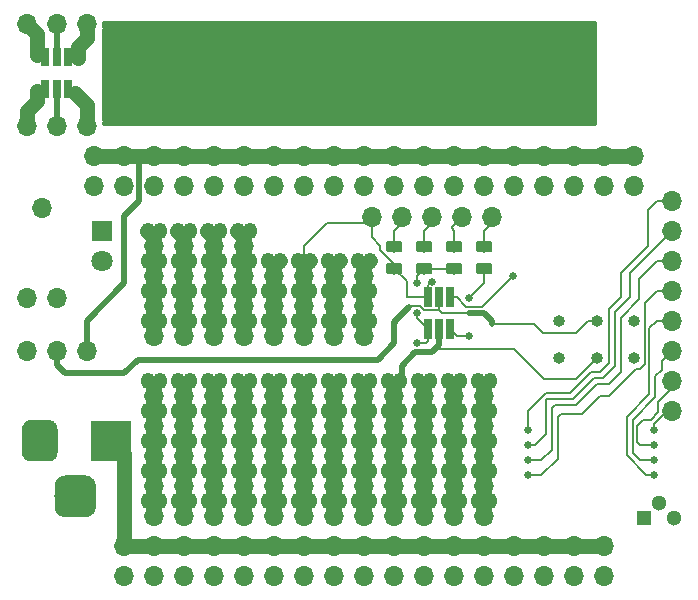
<source format=gtl>
G04 #@! TF.GenerationSoftware,KiCad,Pcbnew,5.0.2+dfsg1-1~bpo9+1*
G04 #@! TF.CreationDate,2020-06-30T16:50:40-04:00*
G04 #@! TF.ProjectId,attiny10,61747469-6e79-4313-902e-6b696361645f,0.10.a*
G04 #@! TF.SameCoordinates,Original*
G04 #@! TF.FileFunction,Copper,L1,Top*
G04 #@! TF.FilePolarity,Positive*
%FSLAX46Y46*%
G04 Gerber Fmt 4.6, Leading zero omitted, Abs format (unit mm)*
G04 Created by KiCad (PCBNEW 5.0.2+dfsg1-1~bpo9+1) date Tue 30 Jun 2020 04:50:40 PM EDT*
%MOMM*%
%LPD*%
G01*
G04 APERTURE LIST*
G04 #@! TA.AperFunction,ComponentPad*
%ADD10O,1.700000X1.700000*%
G04 #@! TD*
G04 #@! TA.AperFunction,ComponentPad*
%ADD11O,1.200000X1.400000*%
G04 #@! TD*
G04 #@! TA.AperFunction,ComponentPad*
%ADD12O,1.000000X1.000000*%
G04 #@! TD*
G04 #@! TA.AperFunction,Conductor*
%ADD13C,0.150000*%
G04 #@! TD*
G04 #@! TA.AperFunction,SMDPad,CuDef*
%ADD14C,0.975000*%
G04 #@! TD*
G04 #@! TA.AperFunction,ComponentPad*
%ADD15C,1.800000*%
G04 #@! TD*
G04 #@! TA.AperFunction,ComponentPad*
%ADD16R,1.800000X1.800000*%
G04 #@! TD*
G04 #@! TA.AperFunction,SMDPad,CuDef*
%ADD17R,0.650000X1.760000*%
G04 #@! TD*
G04 #@! TA.AperFunction,ComponentPad*
%ADD18R,1.300000X1.300000*%
G04 #@! TD*
G04 #@! TA.AperFunction,ComponentPad*
%ADD19C,1.300000*%
G04 #@! TD*
G04 #@! TA.AperFunction,ComponentPad*
%ADD20C,3.500000*%
G04 #@! TD*
G04 #@! TA.AperFunction,ComponentPad*
%ADD21C,3.000000*%
G04 #@! TD*
G04 #@! TA.AperFunction,ComponentPad*
%ADD22R,3.500000X3.500000*%
G04 #@! TD*
G04 #@! TA.AperFunction,SMDPad,CuDef*
%ADD23R,0.650000X1.560000*%
G04 #@! TD*
G04 #@! TA.AperFunction,ViaPad*
%ADD24C,0.635000*%
G04 #@! TD*
G04 #@! TA.AperFunction,Conductor*
%ADD25C,1.270000*%
G04 #@! TD*
G04 #@! TA.AperFunction,Conductor*
%ADD26C,1.016000*%
G04 #@! TD*
G04 #@! TA.AperFunction,Conductor*
%ADD27C,0.203200*%
G04 #@! TD*
G04 #@! TA.AperFunction,Conductor*
%ADD28C,0.508000*%
G04 #@! TD*
G04 #@! TA.AperFunction,NonConductor*
%ADD29C,0.254000*%
G04 #@! TD*
G04 APERTURE END LIST*
D10*
G04 #@! TO.P,REF\002A\002A,1*
G04 #@! TO.N,N/C*
X86360000Y-71120000D03*
G04 #@! TD*
G04 #@! TO.P,REF\002A\002A,1*
G04 #@! TO.N,N/C*
X86360000Y-73660000D03*
G04 #@! TD*
G04 #@! TO.P,REF\002A\002A,1*
G04 #@! TO.N,N/C*
X86360000Y-76200000D03*
G04 #@! TD*
G04 #@! TO.P,REF\002A\002A,1*
G04 #@! TO.N,N/C*
X86360000Y-78740000D03*
G04 #@! TD*
G04 #@! TO.P,REF\002A\002A,1*
G04 #@! TO.N,N/C*
X86360000Y-81280000D03*
G04 #@! TD*
G04 #@! TO.P,REF\002A\002A,1*
G04 #@! TO.N,N/C*
X86360000Y-88900000D03*
G04 #@! TD*
G04 #@! TO.P,REF\002A\002A,1*
G04 #@! TO.N,N/C*
X86360000Y-83820000D03*
G04 #@! TD*
G04 #@! TO.P,REF\002A\002A,1*
G04 #@! TO.N,N/C*
X86360000Y-86360000D03*
G04 #@! TD*
D11*
G04 #@! TO.P,P?,8*
G04 #@! TO.N,N/C*
X71020000Y-93980000D03*
G04 #@! TO.P,P?,7*
X69950000Y-93980000D03*
G04 #@! TO.P,P?,6*
X68480000Y-93980000D03*
G04 #@! TO.P,P?,5*
X67410000Y-93980000D03*
G04 #@! TO.P,P?,4*
X65940000Y-93980000D03*
G04 #@! TO.P,P?,3*
X64870000Y-93980000D03*
G04 #@! TO.P,P?,2*
X63400000Y-93980000D03*
G04 #@! TO.P,P?,1*
X62330000Y-93980000D03*
G04 #@! TD*
D10*
G04 #@! TO.P,REF\002A\002A,1*
G04 #@! TO.N,N/C*
X31750000Y-64770000D03*
G04 #@! TD*
G04 #@! TO.P,REF\002A\002A,1*
G04 #@! TO.N,N/C*
X36830000Y-64770000D03*
G04 #@! TD*
G04 #@! TO.P,REF\002A\002A,1*
G04 #@! TO.N,N/C*
X34290000Y-64770000D03*
G04 #@! TD*
G04 #@! TO.P,REF\002A\002A,1*
G04 #@! TO.N,N/C*
X31750000Y-56134000D03*
G04 #@! TD*
G04 #@! TO.P,REF\002A\002A,1*
G04 #@! TO.N,N/C*
X34290000Y-56134000D03*
G04 #@! TD*
G04 #@! TO.P,REF\002A\002A,1*
G04 #@! TO.N,N/C*
X36830000Y-56134000D03*
G04 #@! TD*
G04 #@! TO.P,REF\002A\002A,1*
G04 #@! TO.N,N/C*
X36830000Y-83820000D03*
G04 #@! TD*
G04 #@! TO.P,REF\002A\002A,1*
G04 #@! TO.N,N/C*
X34290000Y-83820000D03*
G04 #@! TD*
D12*
G04 #@! TO.P,REF\002A\002A,1*
G04 #@! TO.N,N/C*
X76835000Y-84455000D03*
G04 #@! TD*
G04 #@! TO.P,REF\002A\002A,1*
G04 #@! TO.N,N/C*
X80010000Y-84455000D03*
G04 #@! TD*
G04 #@! TO.P,REF\002A\002A,1*
G04 #@! TO.N,N/C*
X83185000Y-84455000D03*
G04 #@! TD*
G04 #@! TO.P,REF\002A\002A,1*
G04 #@! TO.N,N/C*
X83185000Y-81280000D03*
G04 #@! TD*
G04 #@! TO.P,REF\002A\002A,1*
G04 #@! TO.N,N/C*
X80010000Y-81280000D03*
G04 #@! TD*
D10*
G04 #@! TO.P,REF\002A\002A,1*
G04 #@! TO.N,N/C*
X67945000Y-102870000D03*
G04 #@! TD*
D13*
G04 #@! TO.N,N/C*
G04 #@! TO.C,REF\002A\002A*
G36*
X70965142Y-74522174D02*
X70988803Y-74525684D01*
X71012007Y-74531496D01*
X71034529Y-74539554D01*
X71056153Y-74549782D01*
X71076670Y-74562079D01*
X71095883Y-74576329D01*
X71113607Y-74592393D01*
X71129671Y-74610117D01*
X71143921Y-74629330D01*
X71156218Y-74649847D01*
X71166446Y-74671471D01*
X71174504Y-74693993D01*
X71180316Y-74717197D01*
X71183826Y-74740858D01*
X71185000Y-74764750D01*
X71185000Y-75252250D01*
X71183826Y-75276142D01*
X71180316Y-75299803D01*
X71174504Y-75323007D01*
X71166446Y-75345529D01*
X71156218Y-75367153D01*
X71143921Y-75387670D01*
X71129671Y-75406883D01*
X71113607Y-75424607D01*
X71095883Y-75440671D01*
X71076670Y-75454921D01*
X71056153Y-75467218D01*
X71034529Y-75477446D01*
X71012007Y-75485504D01*
X70988803Y-75491316D01*
X70965142Y-75494826D01*
X70941250Y-75496000D01*
X70028750Y-75496000D01*
X70004858Y-75494826D01*
X69981197Y-75491316D01*
X69957993Y-75485504D01*
X69935471Y-75477446D01*
X69913847Y-75467218D01*
X69893330Y-75454921D01*
X69874117Y-75440671D01*
X69856393Y-75424607D01*
X69840329Y-75406883D01*
X69826079Y-75387670D01*
X69813782Y-75367153D01*
X69803554Y-75345529D01*
X69795496Y-75323007D01*
X69789684Y-75299803D01*
X69786174Y-75276142D01*
X69785000Y-75252250D01*
X69785000Y-74764750D01*
X69786174Y-74740858D01*
X69789684Y-74717197D01*
X69795496Y-74693993D01*
X69803554Y-74671471D01*
X69813782Y-74649847D01*
X69826079Y-74629330D01*
X69840329Y-74610117D01*
X69856393Y-74592393D01*
X69874117Y-74576329D01*
X69893330Y-74562079D01*
X69913847Y-74549782D01*
X69935471Y-74539554D01*
X69957993Y-74531496D01*
X69981197Y-74525684D01*
X70004858Y-74522174D01*
X70028750Y-74521000D01*
X70941250Y-74521000D01*
X70965142Y-74522174D01*
X70965142Y-74522174D01*
G37*
D14*
G04 #@! TD*
G04 #@! TO.P,REF\002A\002A,1*
G04 #@! TO.N,N/C*
X70485000Y-75008500D03*
D13*
G04 #@! TO.N,N/C*
G04 #@! TO.C,REF\002A\002A*
G36*
X70965142Y-76397174D02*
X70988803Y-76400684D01*
X71012007Y-76406496D01*
X71034529Y-76414554D01*
X71056153Y-76424782D01*
X71076670Y-76437079D01*
X71095883Y-76451329D01*
X71113607Y-76467393D01*
X71129671Y-76485117D01*
X71143921Y-76504330D01*
X71156218Y-76524847D01*
X71166446Y-76546471D01*
X71174504Y-76568993D01*
X71180316Y-76592197D01*
X71183826Y-76615858D01*
X71185000Y-76639750D01*
X71185000Y-77127250D01*
X71183826Y-77151142D01*
X71180316Y-77174803D01*
X71174504Y-77198007D01*
X71166446Y-77220529D01*
X71156218Y-77242153D01*
X71143921Y-77262670D01*
X71129671Y-77281883D01*
X71113607Y-77299607D01*
X71095883Y-77315671D01*
X71076670Y-77329921D01*
X71056153Y-77342218D01*
X71034529Y-77352446D01*
X71012007Y-77360504D01*
X70988803Y-77366316D01*
X70965142Y-77369826D01*
X70941250Y-77371000D01*
X70028750Y-77371000D01*
X70004858Y-77369826D01*
X69981197Y-77366316D01*
X69957993Y-77360504D01*
X69935471Y-77352446D01*
X69913847Y-77342218D01*
X69893330Y-77329921D01*
X69874117Y-77315671D01*
X69856393Y-77299607D01*
X69840329Y-77281883D01*
X69826079Y-77262670D01*
X69813782Y-77242153D01*
X69803554Y-77220529D01*
X69795496Y-77198007D01*
X69789684Y-77174803D01*
X69786174Y-77151142D01*
X69785000Y-77127250D01*
X69785000Y-76639750D01*
X69786174Y-76615858D01*
X69789684Y-76592197D01*
X69795496Y-76568993D01*
X69803554Y-76546471D01*
X69813782Y-76524847D01*
X69826079Y-76504330D01*
X69840329Y-76485117D01*
X69856393Y-76467393D01*
X69874117Y-76451329D01*
X69893330Y-76437079D01*
X69913847Y-76424782D01*
X69935471Y-76414554D01*
X69957993Y-76406496D01*
X69981197Y-76400684D01*
X70004858Y-76397174D01*
X70028750Y-76396000D01*
X70941250Y-76396000D01*
X70965142Y-76397174D01*
X70965142Y-76397174D01*
G37*
D14*
G04 #@! TD*
G04 #@! TO.P,REF\002A\002A,2*
G04 #@! TO.N,N/C*
X70485000Y-76883500D03*
D13*
G04 #@! TO.N,N/C*
G04 #@! TO.C,REF\002A\002A*
G36*
X68425142Y-76397174D02*
X68448803Y-76400684D01*
X68472007Y-76406496D01*
X68494529Y-76414554D01*
X68516153Y-76424782D01*
X68536670Y-76437079D01*
X68555883Y-76451329D01*
X68573607Y-76467393D01*
X68589671Y-76485117D01*
X68603921Y-76504330D01*
X68616218Y-76524847D01*
X68626446Y-76546471D01*
X68634504Y-76568993D01*
X68640316Y-76592197D01*
X68643826Y-76615858D01*
X68645000Y-76639750D01*
X68645000Y-77127250D01*
X68643826Y-77151142D01*
X68640316Y-77174803D01*
X68634504Y-77198007D01*
X68626446Y-77220529D01*
X68616218Y-77242153D01*
X68603921Y-77262670D01*
X68589671Y-77281883D01*
X68573607Y-77299607D01*
X68555883Y-77315671D01*
X68536670Y-77329921D01*
X68516153Y-77342218D01*
X68494529Y-77352446D01*
X68472007Y-77360504D01*
X68448803Y-77366316D01*
X68425142Y-77369826D01*
X68401250Y-77371000D01*
X67488750Y-77371000D01*
X67464858Y-77369826D01*
X67441197Y-77366316D01*
X67417993Y-77360504D01*
X67395471Y-77352446D01*
X67373847Y-77342218D01*
X67353330Y-77329921D01*
X67334117Y-77315671D01*
X67316393Y-77299607D01*
X67300329Y-77281883D01*
X67286079Y-77262670D01*
X67273782Y-77242153D01*
X67263554Y-77220529D01*
X67255496Y-77198007D01*
X67249684Y-77174803D01*
X67246174Y-77151142D01*
X67245000Y-77127250D01*
X67245000Y-76639750D01*
X67246174Y-76615858D01*
X67249684Y-76592197D01*
X67255496Y-76568993D01*
X67263554Y-76546471D01*
X67273782Y-76524847D01*
X67286079Y-76504330D01*
X67300329Y-76485117D01*
X67316393Y-76467393D01*
X67334117Y-76451329D01*
X67353330Y-76437079D01*
X67373847Y-76424782D01*
X67395471Y-76414554D01*
X67417993Y-76406496D01*
X67441197Y-76400684D01*
X67464858Y-76397174D01*
X67488750Y-76396000D01*
X68401250Y-76396000D01*
X68425142Y-76397174D01*
X68425142Y-76397174D01*
G37*
D14*
G04 #@! TD*
G04 #@! TO.P,REF\002A\002A,2*
G04 #@! TO.N,N/C*
X67945000Y-76883500D03*
D13*
G04 #@! TO.N,N/C*
G04 #@! TO.C,REF\002A\002A*
G36*
X68425142Y-74522174D02*
X68448803Y-74525684D01*
X68472007Y-74531496D01*
X68494529Y-74539554D01*
X68516153Y-74549782D01*
X68536670Y-74562079D01*
X68555883Y-74576329D01*
X68573607Y-74592393D01*
X68589671Y-74610117D01*
X68603921Y-74629330D01*
X68616218Y-74649847D01*
X68626446Y-74671471D01*
X68634504Y-74693993D01*
X68640316Y-74717197D01*
X68643826Y-74740858D01*
X68645000Y-74764750D01*
X68645000Y-75252250D01*
X68643826Y-75276142D01*
X68640316Y-75299803D01*
X68634504Y-75323007D01*
X68626446Y-75345529D01*
X68616218Y-75367153D01*
X68603921Y-75387670D01*
X68589671Y-75406883D01*
X68573607Y-75424607D01*
X68555883Y-75440671D01*
X68536670Y-75454921D01*
X68516153Y-75467218D01*
X68494529Y-75477446D01*
X68472007Y-75485504D01*
X68448803Y-75491316D01*
X68425142Y-75494826D01*
X68401250Y-75496000D01*
X67488750Y-75496000D01*
X67464858Y-75494826D01*
X67441197Y-75491316D01*
X67417993Y-75485504D01*
X67395471Y-75477446D01*
X67373847Y-75467218D01*
X67353330Y-75454921D01*
X67334117Y-75440671D01*
X67316393Y-75424607D01*
X67300329Y-75406883D01*
X67286079Y-75387670D01*
X67273782Y-75367153D01*
X67263554Y-75345529D01*
X67255496Y-75323007D01*
X67249684Y-75299803D01*
X67246174Y-75276142D01*
X67245000Y-75252250D01*
X67245000Y-74764750D01*
X67246174Y-74740858D01*
X67249684Y-74717197D01*
X67255496Y-74693993D01*
X67263554Y-74671471D01*
X67273782Y-74649847D01*
X67286079Y-74629330D01*
X67300329Y-74610117D01*
X67316393Y-74592393D01*
X67334117Y-74576329D01*
X67353330Y-74562079D01*
X67373847Y-74549782D01*
X67395471Y-74539554D01*
X67417993Y-74531496D01*
X67441197Y-74525684D01*
X67464858Y-74522174D01*
X67488750Y-74521000D01*
X68401250Y-74521000D01*
X68425142Y-74522174D01*
X68425142Y-74522174D01*
G37*
D14*
G04 #@! TD*
G04 #@! TO.P,REF\002A\002A,1*
G04 #@! TO.N,N/C*
X67945000Y-75008500D03*
D13*
G04 #@! TO.N,N/C*
G04 #@! TO.C,REF\002A\002A*
G36*
X65885142Y-74522174D02*
X65908803Y-74525684D01*
X65932007Y-74531496D01*
X65954529Y-74539554D01*
X65976153Y-74549782D01*
X65996670Y-74562079D01*
X66015883Y-74576329D01*
X66033607Y-74592393D01*
X66049671Y-74610117D01*
X66063921Y-74629330D01*
X66076218Y-74649847D01*
X66086446Y-74671471D01*
X66094504Y-74693993D01*
X66100316Y-74717197D01*
X66103826Y-74740858D01*
X66105000Y-74764750D01*
X66105000Y-75252250D01*
X66103826Y-75276142D01*
X66100316Y-75299803D01*
X66094504Y-75323007D01*
X66086446Y-75345529D01*
X66076218Y-75367153D01*
X66063921Y-75387670D01*
X66049671Y-75406883D01*
X66033607Y-75424607D01*
X66015883Y-75440671D01*
X65996670Y-75454921D01*
X65976153Y-75467218D01*
X65954529Y-75477446D01*
X65932007Y-75485504D01*
X65908803Y-75491316D01*
X65885142Y-75494826D01*
X65861250Y-75496000D01*
X64948750Y-75496000D01*
X64924858Y-75494826D01*
X64901197Y-75491316D01*
X64877993Y-75485504D01*
X64855471Y-75477446D01*
X64833847Y-75467218D01*
X64813330Y-75454921D01*
X64794117Y-75440671D01*
X64776393Y-75424607D01*
X64760329Y-75406883D01*
X64746079Y-75387670D01*
X64733782Y-75367153D01*
X64723554Y-75345529D01*
X64715496Y-75323007D01*
X64709684Y-75299803D01*
X64706174Y-75276142D01*
X64705000Y-75252250D01*
X64705000Y-74764750D01*
X64706174Y-74740858D01*
X64709684Y-74717197D01*
X64715496Y-74693993D01*
X64723554Y-74671471D01*
X64733782Y-74649847D01*
X64746079Y-74629330D01*
X64760329Y-74610117D01*
X64776393Y-74592393D01*
X64794117Y-74576329D01*
X64813330Y-74562079D01*
X64833847Y-74549782D01*
X64855471Y-74539554D01*
X64877993Y-74531496D01*
X64901197Y-74525684D01*
X64924858Y-74522174D01*
X64948750Y-74521000D01*
X65861250Y-74521000D01*
X65885142Y-74522174D01*
X65885142Y-74522174D01*
G37*
D14*
G04 #@! TD*
G04 #@! TO.P,REF\002A\002A,1*
G04 #@! TO.N,N/C*
X65405000Y-75008500D03*
D13*
G04 #@! TO.N,N/C*
G04 #@! TO.C,REF\002A\002A*
G36*
X65885142Y-76397174D02*
X65908803Y-76400684D01*
X65932007Y-76406496D01*
X65954529Y-76414554D01*
X65976153Y-76424782D01*
X65996670Y-76437079D01*
X66015883Y-76451329D01*
X66033607Y-76467393D01*
X66049671Y-76485117D01*
X66063921Y-76504330D01*
X66076218Y-76524847D01*
X66086446Y-76546471D01*
X66094504Y-76568993D01*
X66100316Y-76592197D01*
X66103826Y-76615858D01*
X66105000Y-76639750D01*
X66105000Y-77127250D01*
X66103826Y-77151142D01*
X66100316Y-77174803D01*
X66094504Y-77198007D01*
X66086446Y-77220529D01*
X66076218Y-77242153D01*
X66063921Y-77262670D01*
X66049671Y-77281883D01*
X66033607Y-77299607D01*
X66015883Y-77315671D01*
X65996670Y-77329921D01*
X65976153Y-77342218D01*
X65954529Y-77352446D01*
X65932007Y-77360504D01*
X65908803Y-77366316D01*
X65885142Y-77369826D01*
X65861250Y-77371000D01*
X64948750Y-77371000D01*
X64924858Y-77369826D01*
X64901197Y-77366316D01*
X64877993Y-77360504D01*
X64855471Y-77352446D01*
X64833847Y-77342218D01*
X64813330Y-77329921D01*
X64794117Y-77315671D01*
X64776393Y-77299607D01*
X64760329Y-77281883D01*
X64746079Y-77262670D01*
X64733782Y-77242153D01*
X64723554Y-77220529D01*
X64715496Y-77198007D01*
X64709684Y-77174803D01*
X64706174Y-77151142D01*
X64705000Y-77127250D01*
X64705000Y-76639750D01*
X64706174Y-76615858D01*
X64709684Y-76592197D01*
X64715496Y-76568993D01*
X64723554Y-76546471D01*
X64733782Y-76524847D01*
X64746079Y-76504330D01*
X64760329Y-76485117D01*
X64776393Y-76467393D01*
X64794117Y-76451329D01*
X64813330Y-76437079D01*
X64833847Y-76424782D01*
X64855471Y-76414554D01*
X64877993Y-76406496D01*
X64901197Y-76400684D01*
X64924858Y-76397174D01*
X64948750Y-76396000D01*
X65861250Y-76396000D01*
X65885142Y-76397174D01*
X65885142Y-76397174D01*
G37*
D14*
G04 #@! TD*
G04 #@! TO.P,REF\002A\002A,2*
G04 #@! TO.N,N/C*
X65405000Y-76883500D03*
D10*
G04 #@! TO.P,REF\002A\002A,1*
G04 #@! TO.N,N/C*
X60960000Y-72517000D03*
G04 #@! TD*
G04 #@! TO.P,REF\002A\002A,1*
G04 #@! TO.N,N/C*
X71120000Y-72517000D03*
G04 #@! TD*
G04 #@! TO.P,REF\002A\002A,1*
G04 #@! TO.N,N/C*
X68580000Y-72517000D03*
G04 #@! TD*
G04 #@! TO.P,REF\002A\002A,1*
G04 #@! TO.N,N/C*
X66040000Y-72517000D03*
G04 #@! TD*
G04 #@! TO.P,REF\002A\002A,1*
G04 #@! TO.N,N/C*
X63500000Y-72517000D03*
G04 #@! TD*
G04 #@! TO.P,REF\002A\002A,1*
G04 #@! TO.N,N/C*
X73025000Y-69850000D03*
G04 #@! TD*
G04 #@! TO.P,REF\002A\002A,1*
G04 #@! TO.N,N/C*
X70485000Y-69850000D03*
G04 #@! TD*
G04 #@! TO.P,REF\002A\002A,1*
G04 #@! TO.N,N/C*
X67945000Y-69850000D03*
G04 #@! TD*
G04 #@! TO.P,REF\002A\002A,1*
G04 #@! TO.N,N/C*
X65405000Y-69850000D03*
G04 #@! TD*
G04 #@! TO.P,REF\002A\002A,1*
G04 #@! TO.N,N/C*
X33020000Y-71755000D03*
G04 #@! TD*
G04 #@! TO.P,REF\002A\002A,1*
G04 #@! TO.N,N/C*
X34290000Y-79375000D03*
G04 #@! TD*
G04 #@! TO.P,REF\002A\002A,1*
G04 #@! TO.N,N/C*
X31750000Y-79375000D03*
G04 #@! TD*
G04 #@! TO.P,REF\002A\002A,1*
G04 #@! TO.N,N/C*
X83185000Y-69850000D03*
G04 #@! TD*
G04 #@! TO.P,REF\002A\002A,1*
G04 #@! TO.N,N/C*
X70485000Y-67310000D03*
G04 #@! TD*
G04 #@! TO.P,REF\002A\002A,1*
G04 #@! TO.N,N/C*
X83185000Y-67310000D03*
G04 #@! TD*
G04 #@! TO.P,REF\002A\002A,1*
G04 #@! TO.N,N/C*
X75565000Y-67310000D03*
G04 #@! TD*
G04 #@! TO.P,REF\002A\002A,1*
G04 #@! TO.N,N/C*
X78105000Y-69850000D03*
G04 #@! TD*
G04 #@! TO.P,REF\002A\002A,1*
G04 #@! TO.N,N/C*
X78105000Y-67310000D03*
G04 #@! TD*
G04 #@! TO.P,REF\002A\002A,1*
G04 #@! TO.N,N/C*
X80645000Y-67310000D03*
G04 #@! TD*
G04 #@! TO.P,REF\002A\002A,1*
G04 #@! TO.N,N/C*
X73025000Y-67310000D03*
G04 #@! TD*
G04 #@! TO.P,REF\002A\002A,1*
G04 #@! TO.N,N/C*
X75565000Y-69850000D03*
G04 #@! TD*
G04 #@! TO.P,REF\002A\002A,1*
G04 #@! TO.N,N/C*
X80645000Y-69850000D03*
G04 #@! TD*
G04 #@! TO.P,REF\002A\002A,1*
G04 #@! TO.N,N/C*
X80645000Y-102870000D03*
G04 #@! TD*
G04 #@! TO.P,REF\002A\002A,1*
G04 #@! TO.N,N/C*
X75565000Y-102870000D03*
G04 #@! TD*
G04 #@! TO.P,REF\002A\002A,1*
G04 #@! TO.N,N/C*
X70485000Y-102870000D03*
G04 #@! TD*
G04 #@! TO.P,REF\002A\002A,1*
G04 #@! TO.N,N/C*
X78105000Y-102870000D03*
G04 #@! TD*
G04 #@! TO.P,REF\002A\002A,1*
G04 #@! TO.N,N/C*
X73025000Y-102870000D03*
G04 #@! TD*
G04 #@! TO.P,REF\002A\002A,1*
G04 #@! TO.N,N/C*
X73025000Y-100330000D03*
G04 #@! TD*
G04 #@! TO.P,REF\002A\002A,1*
G04 #@! TO.N,N/C*
X78105000Y-100330000D03*
G04 #@! TD*
G04 #@! TO.P,REF\002A\002A,1*
G04 #@! TO.N,N/C*
X80645000Y-100330000D03*
G04 #@! TD*
G04 #@! TO.P,REF\002A\002A,1*
G04 #@! TO.N,N/C*
X75565000Y-100330000D03*
G04 #@! TD*
G04 #@! TO.P,REF\002A\002A,1*
G04 #@! TO.N,N/C*
X70485000Y-100330000D03*
G04 #@! TD*
G04 #@! TO.P,REF\002A\002A,1*
G04 #@! TO.N,N/C*
X70485000Y-92710000D03*
G04 #@! TD*
G04 #@! TO.P,REF\002A\002A,1*
G04 #@! TO.N,N/C*
X65405000Y-90170000D03*
G04 #@! TD*
G04 #@! TO.P,REF\002A\002A,1*
G04 #@! TO.N,N/C*
X65405000Y-97790000D03*
G04 #@! TD*
G04 #@! TO.P,REF\002A\002A,1*
G04 #@! TO.N,N/C*
X62865000Y-87630000D03*
G04 #@! TD*
G04 #@! TO.P,REF\002A\002A,1*
G04 #@! TO.N,N/C*
X62865000Y-90170000D03*
G04 #@! TD*
G04 #@! TO.P,REF\002A\002A,1*
G04 #@! TO.N,N/C*
X67945000Y-95250000D03*
G04 #@! TD*
G04 #@! TO.P,REF\002A\002A,1*
G04 #@! TO.N,N/C*
X67945000Y-92710000D03*
G04 #@! TD*
G04 #@! TO.P,REF\002A\002A,1*
G04 #@! TO.N,N/C*
X70485000Y-97790000D03*
G04 #@! TD*
G04 #@! TO.P,REF\002A\002A,1*
G04 #@! TO.N,N/C*
X70485000Y-90170000D03*
G04 #@! TD*
G04 #@! TO.P,REF\002A\002A,1*
G04 #@! TO.N,N/C*
X70485000Y-95250000D03*
G04 #@! TD*
G04 #@! TO.P,REF\002A\002A,1*
G04 #@! TO.N,N/C*
X62865000Y-95250000D03*
G04 #@! TD*
G04 #@! TO.P,REF\002A\002A,1*
G04 #@! TO.N,N/C*
X62865000Y-92710000D03*
G04 #@! TD*
G04 #@! TO.P,REF\002A\002A,1*
G04 #@! TO.N,N/C*
X65405000Y-95250000D03*
G04 #@! TD*
G04 #@! TO.P,REF\002A\002A,1*
G04 #@! TO.N,N/C*
X65405000Y-92710000D03*
G04 #@! TD*
G04 #@! TO.P,REF\002A\002A,1*
G04 #@! TO.N,N/C*
X67945000Y-97790000D03*
G04 #@! TD*
G04 #@! TO.P,REF\002A\002A,1*
G04 #@! TO.N,N/C*
X62865000Y-97790000D03*
G04 #@! TD*
G04 #@! TO.P,REF\002A\002A,1*
G04 #@! TO.N,N/C*
X67945000Y-90170000D03*
G04 #@! TD*
G04 #@! TO.P,REF\002A\002A,1*
G04 #@! TO.N,N/C*
X67945000Y-87630000D03*
G04 #@! TD*
D11*
G04 #@! TO.P,P?,8*
G04 #@! TO.N,N/C*
X71020000Y-88900000D03*
G04 #@! TO.P,P?,7*
X69950000Y-88900000D03*
G04 #@! TO.P,P?,6*
X68480000Y-88900000D03*
G04 #@! TO.P,P?,5*
X67410000Y-88900000D03*
G04 #@! TO.P,P?,4*
X65940000Y-88900000D03*
G04 #@! TO.P,P?,3*
X64870000Y-88900000D03*
G04 #@! TO.P,P?,2*
X63400000Y-88900000D03*
G04 #@! TO.P,P?,1*
X62330000Y-88900000D03*
G04 #@! TD*
G04 #@! TO.P,P?,8*
G04 #@! TO.N,N/C*
X71020000Y-96520000D03*
G04 #@! TO.P,P?,7*
X69950000Y-96520000D03*
G04 #@! TO.P,P?,6*
X68480000Y-96520000D03*
G04 #@! TO.P,P?,5*
X67410000Y-96520000D03*
G04 #@! TO.P,P?,4*
X65940000Y-96520000D03*
G04 #@! TO.P,P?,3*
X64870000Y-96520000D03*
G04 #@! TO.P,P?,2*
X63400000Y-96520000D03*
G04 #@! TO.P,P?,1*
X62330000Y-96520000D03*
G04 #@! TD*
G04 #@! TO.P,P?,8*
G04 #@! TO.N,N/C*
X71020000Y-86360000D03*
G04 #@! TO.P,P?,7*
X69950000Y-86360000D03*
G04 #@! TO.P,P?,6*
X68480000Y-86360000D03*
G04 #@! TO.P,P?,5*
X67410000Y-86360000D03*
G04 #@! TO.P,P?,4*
X65940000Y-86360000D03*
G04 #@! TO.P,P?,3*
X64870000Y-86360000D03*
G04 #@! TO.P,P?,2*
X63400000Y-86360000D03*
G04 #@! TO.P,P?,1*
X62330000Y-86360000D03*
G04 #@! TD*
G04 #@! TO.P,P?,8*
G04 #@! TO.N,N/C*
X71020000Y-91440000D03*
G04 #@! TO.P,P?,7*
X69950000Y-91440000D03*
G04 #@! TO.P,P?,6*
X68480000Y-91440000D03*
G04 #@! TO.P,P?,5*
X67410000Y-91440000D03*
G04 #@! TO.P,P?,4*
X65940000Y-91440000D03*
G04 #@! TO.P,P?,3*
X64870000Y-91440000D03*
G04 #@! TO.P,P?,2*
X63400000Y-91440000D03*
G04 #@! TO.P,P?,1*
X62330000Y-91440000D03*
G04 #@! TD*
D10*
G04 #@! TO.P,REF\002A\002A,1*
G04 #@! TO.N,N/C*
X65405000Y-87630000D03*
G04 #@! TD*
G04 #@! TO.P,REF\002A\002A,1*
G04 #@! TO.N,N/C*
X70485000Y-87630000D03*
G04 #@! TD*
G04 #@! TO.P,REF\002A\002A,1*
G04 #@! TO.N,N/C*
X50165000Y-77470000D03*
G04 #@! TD*
G04 #@! TO.P,REF\002A\002A,1*
G04 #@! TO.N,N/C*
X52705000Y-82550000D03*
G04 #@! TD*
G04 #@! TO.P,REF\002A\002A,1*
G04 #@! TO.N,N/C*
X52705000Y-80010000D03*
G04 #@! TD*
G04 #@! TO.P,REF\002A\002A,1*
G04 #@! TO.N,N/C*
X57785000Y-82550000D03*
G04 #@! TD*
G04 #@! TO.P,REF\002A\002A,1*
G04 #@! TO.N,N/C*
X45085000Y-74930000D03*
G04 #@! TD*
G04 #@! TO.P,REF\002A\002A,1*
G04 #@! TO.N,N/C*
X45085000Y-82550000D03*
G04 #@! TD*
G04 #@! TO.P,REF\002A\002A,1*
G04 #@! TO.N,N/C*
X42545000Y-74930000D03*
G04 #@! TD*
G04 #@! TO.P,REF\002A\002A,1*
G04 #@! TO.N,N/C*
X47625000Y-80010000D03*
G04 #@! TD*
G04 #@! TO.P,REF\002A\002A,1*
G04 #@! TO.N,N/C*
X47625000Y-77470000D03*
G04 #@! TD*
G04 #@! TO.P,REF\002A\002A,1*
G04 #@! TO.N,N/C*
X50165000Y-82550000D03*
G04 #@! TD*
G04 #@! TO.P,REF\002A\002A,1*
G04 #@! TO.N,N/C*
X50165000Y-74930000D03*
G04 #@! TD*
G04 #@! TO.P,REF\002A\002A,1*
G04 #@! TO.N,N/C*
X57785000Y-77470000D03*
G04 #@! TD*
G04 #@! TO.P,REF\002A\002A,1*
G04 #@! TO.N,N/C*
X55245000Y-77470000D03*
G04 #@! TD*
G04 #@! TO.P,REF\002A\002A,1*
G04 #@! TO.N,N/C*
X50165000Y-80010000D03*
G04 #@! TD*
G04 #@! TO.P,REF\002A\002A,1*
G04 #@! TO.N,N/C*
X42545000Y-80010000D03*
G04 #@! TD*
G04 #@! TO.P,REF\002A\002A,1*
G04 #@! TO.N,N/C*
X42545000Y-77470000D03*
G04 #@! TD*
G04 #@! TO.P,REF\002A\002A,1*
G04 #@! TO.N,N/C*
X55245000Y-80010000D03*
G04 #@! TD*
G04 #@! TO.P,REF\002A\002A,1*
G04 #@! TO.N,N/C*
X60325000Y-82550000D03*
G04 #@! TD*
G04 #@! TO.P,REF\002A\002A,1*
G04 #@! TO.N,N/C*
X60325000Y-80010000D03*
G04 #@! TD*
G04 #@! TO.P,REF\002A\002A,1*
G04 #@! TO.N,N/C*
X52705000Y-77470000D03*
G04 #@! TD*
D11*
G04 #@! TO.P,P?,1*
G04 #@! TO.N,N/C*
X52170000Y-76200000D03*
G04 #@! TO.P,P?,2*
X53240000Y-76200000D03*
G04 #@! TO.P,P?,3*
X54710000Y-76200000D03*
G04 #@! TO.P,P?,4*
X55780000Y-76200000D03*
G04 #@! TO.P,P?,5*
X57250000Y-76200000D03*
G04 #@! TO.P,P?,6*
X58320000Y-76200000D03*
G04 #@! TO.P,P?,7*
X59790000Y-76200000D03*
G04 #@! TO.P,P?,8*
X60860000Y-76200000D03*
G04 #@! TD*
D10*
G04 #@! TO.P,REF\002A\002A,1*
G04 #@! TO.N,N/C*
X55245000Y-82550000D03*
G04 #@! TD*
G04 #@! TO.P,REF\002A\002A,1*
G04 #@! TO.N,N/C*
X57785000Y-80010000D03*
G04 #@! TD*
D11*
G04 #@! TO.P,P?,1*
G04 #@! TO.N,N/C*
X52170000Y-81280000D03*
G04 #@! TO.P,P?,2*
X53240000Y-81280000D03*
G04 #@! TO.P,P?,3*
X54710000Y-81280000D03*
G04 #@! TO.P,P?,4*
X55780000Y-81280000D03*
G04 #@! TO.P,P?,5*
X57250000Y-81280000D03*
G04 #@! TO.P,P?,6*
X58320000Y-81280000D03*
G04 #@! TO.P,P?,7*
X59790000Y-81280000D03*
G04 #@! TO.P,P?,8*
X60860000Y-81280000D03*
G04 #@! TD*
D10*
G04 #@! TO.P,REF\002A\002A,1*
G04 #@! TO.N,N/C*
X45085000Y-80010000D03*
G04 #@! TD*
G04 #@! TO.P,REF\002A\002A,1*
G04 #@! TO.N,N/C*
X45085000Y-77470000D03*
G04 #@! TD*
D11*
G04 #@! TO.P,P?,1*
G04 #@! TO.N,N/C*
X52170000Y-78740000D03*
G04 #@! TO.P,P?,2*
X53240000Y-78740000D03*
G04 #@! TO.P,P?,3*
X54710000Y-78740000D03*
G04 #@! TO.P,P?,4*
X55780000Y-78740000D03*
G04 #@! TO.P,P?,5*
X57250000Y-78740000D03*
G04 #@! TO.P,P?,6*
X58320000Y-78740000D03*
G04 #@! TO.P,P?,7*
X59790000Y-78740000D03*
G04 #@! TO.P,P?,8*
X60860000Y-78740000D03*
G04 #@! TD*
D10*
G04 #@! TO.P,REF\002A\002A,1*
G04 #@! TO.N,N/C*
X47625000Y-82550000D03*
G04 #@! TD*
G04 #@! TO.P,REF\002A\002A,1*
G04 #@! TO.N,N/C*
X42545000Y-82550000D03*
G04 #@! TD*
G04 #@! TO.P,REF\002A\002A,1*
G04 #@! TO.N,N/C*
X47625000Y-74930000D03*
G04 #@! TD*
G04 #@! TO.P,REF\002A\002A,1*
G04 #@! TO.N,N/C*
X60325000Y-77470000D03*
G04 #@! TD*
D11*
G04 #@! TO.P,P?,8*
G04 #@! TO.N,N/C*
X50700000Y-73660000D03*
G04 #@! TO.P,P?,7*
X49630000Y-73660000D03*
G04 #@! TO.P,P?,6*
X48160000Y-73660000D03*
G04 #@! TO.P,P?,5*
X47090000Y-73660000D03*
G04 #@! TO.P,P?,4*
X45620000Y-73660000D03*
G04 #@! TO.P,P?,3*
X44550000Y-73660000D03*
G04 #@! TO.P,P?,2*
X43080000Y-73660000D03*
G04 #@! TO.P,P?,1*
X42010000Y-73660000D03*
G04 #@! TD*
G04 #@! TO.P,P?,8*
G04 #@! TO.N,N/C*
X50700000Y-81280000D03*
G04 #@! TO.P,P?,7*
X49630000Y-81280000D03*
G04 #@! TO.P,P?,6*
X48160000Y-81280000D03*
G04 #@! TO.P,P?,5*
X47090000Y-81280000D03*
G04 #@! TO.P,P?,4*
X45620000Y-81280000D03*
G04 #@! TO.P,P?,3*
X44550000Y-81280000D03*
G04 #@! TO.P,P?,2*
X43080000Y-81280000D03*
G04 #@! TO.P,P?,1*
X42010000Y-81280000D03*
G04 #@! TD*
G04 #@! TO.P,P?,8*
G04 #@! TO.N,N/C*
X50700000Y-78740000D03*
G04 #@! TO.P,P?,7*
X49630000Y-78740000D03*
G04 #@! TO.P,P?,6*
X48160000Y-78740000D03*
G04 #@! TO.P,P?,5*
X47090000Y-78740000D03*
G04 #@! TO.P,P?,4*
X45620000Y-78740000D03*
G04 #@! TO.P,P?,3*
X44550000Y-78740000D03*
G04 #@! TO.P,P?,2*
X43080000Y-78740000D03*
G04 #@! TO.P,P?,1*
X42010000Y-78740000D03*
G04 #@! TD*
G04 #@! TO.P,P?,8*
G04 #@! TO.N,N/C*
X50700000Y-76200000D03*
G04 #@! TO.P,P?,7*
X49630000Y-76200000D03*
G04 #@! TO.P,P?,6*
X48160000Y-76200000D03*
G04 #@! TO.P,P?,5*
X47090000Y-76200000D03*
G04 #@! TO.P,P?,4*
X45620000Y-76200000D03*
G04 #@! TO.P,P?,3*
X44550000Y-76200000D03*
G04 #@! TO.P,P?,2*
X43080000Y-76200000D03*
G04 #@! TO.P,P?,1*
X42010000Y-76200000D03*
G04 #@! TD*
D10*
G04 #@! TO.P,REF\002A\002A,1*
G04 #@! TO.N,N/C*
X60325000Y-92710000D03*
G04 #@! TD*
G04 #@! TO.P,REF\002A\002A,1*
G04 #@! TO.N,N/C*
X55245000Y-90170000D03*
G04 #@! TD*
G04 #@! TO.P,REF\002A\002A,1*
G04 #@! TO.N,N/C*
X55245000Y-97790000D03*
G04 #@! TD*
G04 #@! TO.P,REF\002A\002A,1*
G04 #@! TO.N,N/C*
X52705000Y-87630000D03*
G04 #@! TD*
G04 #@! TO.P,REF\002A\002A,1*
G04 #@! TO.N,N/C*
X52705000Y-90170000D03*
G04 #@! TD*
G04 #@! TO.P,REF\002A\002A,1*
G04 #@! TO.N,N/C*
X57785000Y-95250000D03*
G04 #@! TD*
G04 #@! TO.P,REF\002A\002A,1*
G04 #@! TO.N,N/C*
X57785000Y-92710000D03*
G04 #@! TD*
G04 #@! TO.P,REF\002A\002A,1*
G04 #@! TO.N,N/C*
X60325000Y-97790000D03*
G04 #@! TD*
G04 #@! TO.P,REF\002A\002A,1*
G04 #@! TO.N,N/C*
X60325000Y-90170000D03*
G04 #@! TD*
G04 #@! TO.P,REF\002A\002A,1*
G04 #@! TO.N,N/C*
X60325000Y-95250000D03*
G04 #@! TD*
G04 #@! TO.P,REF\002A\002A,1*
G04 #@! TO.N,N/C*
X52705000Y-95250000D03*
G04 #@! TD*
G04 #@! TO.P,REF\002A\002A,1*
G04 #@! TO.N,N/C*
X52705000Y-92710000D03*
G04 #@! TD*
G04 #@! TO.P,REF\002A\002A,1*
G04 #@! TO.N,N/C*
X55245000Y-95250000D03*
G04 #@! TD*
G04 #@! TO.P,REF\002A\002A,1*
G04 #@! TO.N,N/C*
X55245000Y-92710000D03*
G04 #@! TD*
G04 #@! TO.P,REF\002A\002A,1*
G04 #@! TO.N,N/C*
X57785000Y-97790000D03*
G04 #@! TD*
G04 #@! TO.P,REF\002A\002A,1*
G04 #@! TO.N,N/C*
X52705000Y-97790000D03*
G04 #@! TD*
G04 #@! TO.P,REF\002A\002A,1*
G04 #@! TO.N,N/C*
X57785000Y-90170000D03*
G04 #@! TD*
G04 #@! TO.P,REF\002A\002A,1*
G04 #@! TO.N,N/C*
X57785000Y-87630000D03*
G04 #@! TD*
D11*
G04 #@! TO.P,P?,8*
G04 #@! TO.N,N/C*
X60860000Y-88900000D03*
G04 #@! TO.P,P?,7*
X59790000Y-88900000D03*
G04 #@! TO.P,P?,6*
X58320000Y-88900000D03*
G04 #@! TO.P,P?,5*
X57250000Y-88900000D03*
G04 #@! TO.P,P?,4*
X55780000Y-88900000D03*
G04 #@! TO.P,P?,3*
X54710000Y-88900000D03*
G04 #@! TO.P,P?,2*
X53240000Y-88900000D03*
G04 #@! TO.P,P?,1*
X52170000Y-88900000D03*
G04 #@! TD*
G04 #@! TO.P,P?,8*
G04 #@! TO.N,N/C*
X60860000Y-96520000D03*
G04 #@! TO.P,P?,7*
X59790000Y-96520000D03*
G04 #@! TO.P,P?,6*
X58320000Y-96520000D03*
G04 #@! TO.P,P?,5*
X57250000Y-96520000D03*
G04 #@! TO.P,P?,4*
X55780000Y-96520000D03*
G04 #@! TO.P,P?,3*
X54710000Y-96520000D03*
G04 #@! TO.P,P?,2*
X53240000Y-96520000D03*
G04 #@! TO.P,P?,1*
X52170000Y-96520000D03*
G04 #@! TD*
G04 #@! TO.P,P?,8*
G04 #@! TO.N,N/C*
X60860000Y-86360000D03*
G04 #@! TO.P,P?,7*
X59790000Y-86360000D03*
G04 #@! TO.P,P?,6*
X58320000Y-86360000D03*
G04 #@! TO.P,P?,5*
X57250000Y-86360000D03*
G04 #@! TO.P,P?,4*
X55780000Y-86360000D03*
G04 #@! TO.P,P?,3*
X54710000Y-86360000D03*
G04 #@! TO.P,P?,2*
X53240000Y-86360000D03*
G04 #@! TO.P,P?,1*
X52170000Y-86360000D03*
G04 #@! TD*
G04 #@! TO.P,P?,8*
G04 #@! TO.N,N/C*
X60860000Y-93980000D03*
G04 #@! TO.P,P?,7*
X59790000Y-93980000D03*
G04 #@! TO.P,P?,6*
X58320000Y-93980000D03*
G04 #@! TO.P,P?,5*
X57250000Y-93980000D03*
G04 #@! TO.P,P?,4*
X55780000Y-93980000D03*
G04 #@! TO.P,P?,3*
X54710000Y-93980000D03*
G04 #@! TO.P,P?,2*
X53240000Y-93980000D03*
G04 #@! TO.P,P?,1*
X52170000Y-93980000D03*
G04 #@! TD*
G04 #@! TO.P,P?,8*
G04 #@! TO.N,N/C*
X60860000Y-91440000D03*
G04 #@! TO.P,P?,7*
X59790000Y-91440000D03*
G04 #@! TO.P,P?,6*
X58320000Y-91440000D03*
G04 #@! TO.P,P?,5*
X57250000Y-91440000D03*
G04 #@! TO.P,P?,4*
X55780000Y-91440000D03*
G04 #@! TO.P,P?,3*
X54710000Y-91440000D03*
G04 #@! TO.P,P?,2*
X53240000Y-91440000D03*
G04 #@! TO.P,P?,1*
X52170000Y-91440000D03*
G04 #@! TD*
D10*
G04 #@! TO.P,REF\002A\002A,1*
G04 #@! TO.N,N/C*
X55245000Y-87630000D03*
G04 #@! TD*
G04 #@! TO.P,REF\002A\002A,1*
G04 #@! TO.N,N/C*
X60325000Y-87630000D03*
G04 #@! TD*
G04 #@! TO.P,REF\002A\002A,1*
G04 #@! TO.N,N/C*
X50165000Y-95250000D03*
G04 #@! TD*
G04 #@! TO.P,REF\002A\002A,1*
G04 #@! TO.N,N/C*
X50165000Y-92710000D03*
G04 #@! TD*
G04 #@! TO.P,REF\002A\002A,1*
G04 #@! TO.N,N/C*
X50165000Y-97790000D03*
G04 #@! TD*
G04 #@! TO.P,REF\002A\002A,1*
G04 #@! TO.N,N/C*
X50165000Y-90170000D03*
G04 #@! TD*
G04 #@! TO.P,REF\002A\002A,1*
G04 #@! TO.N,N/C*
X50165000Y-87630000D03*
G04 #@! TD*
G04 #@! TO.P,REF\002A\002A,1*
G04 #@! TO.N,N/C*
X47625000Y-90170000D03*
G04 #@! TD*
G04 #@! TO.P,REF\002A\002A,1*
G04 #@! TO.N,N/C*
X47625000Y-97790000D03*
G04 #@! TD*
G04 #@! TO.P,REF\002A\002A,1*
G04 #@! TO.N,N/C*
X47625000Y-95250000D03*
G04 #@! TD*
G04 #@! TO.P,REF\002A\002A,1*
G04 #@! TO.N,N/C*
X47625000Y-92710000D03*
G04 #@! TD*
G04 #@! TO.P,REF\002A\002A,1*
G04 #@! TO.N,N/C*
X47625000Y-87630000D03*
G04 #@! TD*
G04 #@! TO.P,REF\002A\002A,1*
G04 #@! TO.N,N/C*
X45085000Y-87630000D03*
G04 #@! TD*
G04 #@! TO.P,REF\002A\002A,1*
G04 #@! TO.N,N/C*
X45085000Y-90170000D03*
G04 #@! TD*
G04 #@! TO.P,REF\002A\002A,1*
G04 #@! TO.N,N/C*
X45085000Y-95250000D03*
G04 #@! TD*
G04 #@! TO.P,REF\002A\002A,1*
G04 #@! TO.N,N/C*
X45085000Y-92710000D03*
G04 #@! TD*
G04 #@! TO.P,REF\002A\002A,1*
G04 #@! TO.N,N/C*
X45085000Y-97790000D03*
G04 #@! TD*
G04 #@! TO.P,REF\002A\002A,1*
G04 #@! TO.N,N/C*
X42545000Y-97790000D03*
G04 #@! TD*
G04 #@! TO.P,REF\002A\002A,1*
G04 #@! TO.N,N/C*
X42545000Y-95250000D03*
G04 #@! TD*
G04 #@! TO.P,REF\002A\002A,1*
G04 #@! TO.N,N/C*
X42545000Y-92710000D03*
G04 #@! TD*
G04 #@! TO.P,REF\002A\002A,1*
G04 #@! TO.N,N/C*
X42545000Y-90170000D03*
G04 #@! TD*
G04 #@! TO.P,REF\002A\002A,1*
G04 #@! TO.N,N/C*
X42545000Y-87630000D03*
G04 #@! TD*
G04 #@! TO.P,REF\002A\002A,1*
G04 #@! TO.N,N/C*
X60325000Y-67310000D03*
G04 #@! TD*
G04 #@! TO.P,REF\002A\002A,1*
G04 #@! TO.N,N/C*
X55245000Y-67310000D03*
G04 #@! TD*
G04 #@! TO.P,REF\002A\002A,1*
G04 #@! TO.N,N/C*
X45085000Y-69850000D03*
G04 #@! TD*
G04 #@! TO.P,REF\002A\002A,1*
G04 #@! TO.N,N/C*
X67945000Y-67310000D03*
G04 #@! TD*
G04 #@! TO.P,REF\002A\002A,1*
G04 #@! TO.N,N/C*
X50165000Y-67310000D03*
G04 #@! TD*
G04 #@! TO.P,REF\002A\002A,1*
G04 #@! TO.N,N/C*
X40005000Y-69850000D03*
G04 #@! TD*
G04 #@! TO.P,REF\002A\002A,1*
G04 #@! TO.N,N/C*
X60325000Y-69850000D03*
G04 #@! TD*
G04 #@! TO.P,REF\002A\002A,1*
G04 #@! TO.N,N/C*
X55245000Y-69850000D03*
G04 #@! TD*
G04 #@! TO.P,REF\002A\002A,1*
G04 #@! TO.N,N/C*
X52705000Y-67310000D03*
G04 #@! TD*
G04 #@! TO.P,REF\002A\002A,1*
G04 #@! TO.N,N/C*
X37465000Y-67310000D03*
G04 #@! TD*
G04 #@! TO.P,REF\002A\002A,1*
G04 #@! TO.N,N/C*
X62865000Y-69850000D03*
G04 #@! TD*
G04 #@! TO.P,REF\002A\002A,1*
G04 #@! TO.N,N/C*
X42545000Y-69850000D03*
G04 #@! TD*
G04 #@! TO.P,REF\002A\002A,1*
G04 #@! TO.N,N/C*
X57785000Y-69850000D03*
G04 #@! TD*
G04 #@! TO.P,REF\002A\002A,1*
G04 #@! TO.N,N/C*
X37465000Y-69850000D03*
G04 #@! TD*
G04 #@! TO.P,REF\002A\002A,1*
G04 #@! TO.N,N/C*
X50165000Y-69850000D03*
G04 #@! TD*
G04 #@! TO.P,REF\002A\002A,1*
G04 #@! TO.N,N/C*
X42545000Y-67310000D03*
G04 #@! TD*
G04 #@! TO.P,REF\002A\002A,1*
G04 #@! TO.N,N/C*
X57785000Y-67310000D03*
G04 #@! TD*
G04 #@! TO.P,REF\002A\002A,1*
G04 #@! TO.N,N/C*
X45085000Y-67310000D03*
G04 #@! TD*
G04 #@! TO.P,REF\002A\002A,1*
G04 #@! TO.N,N/C*
X62865000Y-67310000D03*
G04 #@! TD*
G04 #@! TO.P,REF\002A\002A,1*
G04 #@! TO.N,N/C*
X40005000Y-67310000D03*
G04 #@! TD*
G04 #@! TO.P,REF\002A\002A,1*
G04 #@! TO.N,N/C*
X65405000Y-67310000D03*
G04 #@! TD*
G04 #@! TO.P,REF\002A\002A,1*
G04 #@! TO.N,N/C*
X47625000Y-67310000D03*
G04 #@! TD*
G04 #@! TO.P,REF\002A\002A,1*
G04 #@! TO.N,N/C*
X52705000Y-69850000D03*
G04 #@! TD*
G04 #@! TO.P,REF\002A\002A,1*
G04 #@! TO.N,N/C*
X47625000Y-69850000D03*
G04 #@! TD*
G04 #@! TO.P,REF\002A\002A,1*
G04 #@! TO.N,N/C*
X65405000Y-102870000D03*
G04 #@! TD*
G04 #@! TO.P,REF\002A\002A,1*
G04 #@! TO.N,N/C*
X60325000Y-102870000D03*
G04 #@! TD*
G04 #@! TO.P,REF\002A\002A,1*
G04 #@! TO.N,N/C*
X55245000Y-102870000D03*
G04 #@! TD*
G04 #@! TO.P,REF\002A\002A,1*
G04 #@! TO.N,N/C*
X57785000Y-100330000D03*
G04 #@! TD*
G04 #@! TO.P,REF\002A\002A,1*
G04 #@! TO.N,N/C*
X62865000Y-102870000D03*
G04 #@! TD*
G04 #@! TO.P,REF\002A\002A,1*
G04 #@! TO.N,N/C*
X57785000Y-102870000D03*
G04 #@! TD*
G04 #@! TO.P,REF\002A\002A,1*
G04 #@! TO.N,N/C*
X62865000Y-100330000D03*
G04 #@! TD*
G04 #@! TO.P,REF\002A\002A,1*
G04 #@! TO.N,N/C*
X65405000Y-100330000D03*
G04 #@! TD*
G04 #@! TO.P,REF\002A\002A,1*
G04 #@! TO.N,N/C*
X60325000Y-100330000D03*
G04 #@! TD*
G04 #@! TO.P,REF\002A\002A,1*
G04 #@! TO.N,N/C*
X67945000Y-100330000D03*
G04 #@! TD*
G04 #@! TO.P,REF\002A\002A,1*
G04 #@! TO.N,N/C*
X55245000Y-100330000D03*
G04 #@! TD*
G04 #@! TO.P,REF\002A\002A,1*
G04 #@! TO.N,N/C*
X50165000Y-102870000D03*
G04 #@! TD*
G04 #@! TO.P,REF\002A\002A,1*
G04 #@! TO.N,N/C*
X45085000Y-102870000D03*
G04 #@! TD*
G04 #@! TO.P,REF\002A\002A,1*
G04 #@! TO.N,N/C*
X47625000Y-100330000D03*
G04 #@! TD*
G04 #@! TO.P,REF\002A\002A,1*
G04 #@! TO.N,N/C*
X52705000Y-102870000D03*
G04 #@! TD*
G04 #@! TO.P,REF\002A\002A,1*
G04 #@! TO.N,N/C*
X47625000Y-102870000D03*
G04 #@! TD*
G04 #@! TO.P,REF\002A\002A,1*
G04 #@! TO.N,N/C*
X52705000Y-100330000D03*
G04 #@! TD*
G04 #@! TO.P,REF\002A\002A,1*
G04 #@! TO.N,N/C*
X50165000Y-100330000D03*
G04 #@! TD*
G04 #@! TO.P,REF\002A\002A,1*
G04 #@! TO.N,N/C*
X45085000Y-100330000D03*
G04 #@! TD*
G04 #@! TO.P,REF\002A\002A,1*
G04 #@! TO.N,N/C*
X42545000Y-102870000D03*
G04 #@! TD*
G04 #@! TO.P,REF\002A\002A,1*
G04 #@! TO.N,N/C*
X40005000Y-102870000D03*
G04 #@! TD*
G04 #@! TO.P,REF\002A\002A,1*
G04 #@! TO.N,N/C*
X42545000Y-100330000D03*
G04 #@! TD*
G04 #@! TO.P,REF\002A\002A,1*
G04 #@! TO.N,N/C*
X40005000Y-100330000D03*
G04 #@! TD*
D11*
G04 #@! TO.P,P?,1*
G04 #@! TO.N,N/C*
X42010000Y-96520000D03*
G04 #@! TO.P,P?,2*
X43080000Y-96520000D03*
G04 #@! TO.P,P?,3*
X44550000Y-96520000D03*
G04 #@! TO.P,P?,4*
X45620000Y-96520000D03*
G04 #@! TO.P,P?,5*
X47090000Y-96520000D03*
G04 #@! TO.P,P?,6*
X48160000Y-96520000D03*
G04 #@! TO.P,P?,7*
X49630000Y-96520000D03*
G04 #@! TO.P,P?,8*
X50700000Y-96520000D03*
G04 #@! TD*
G04 #@! TO.P,P?,1*
G04 #@! TO.N,N/C*
X42010000Y-93980000D03*
G04 #@! TO.P,P?,2*
X43080000Y-93980000D03*
G04 #@! TO.P,P?,3*
X44550000Y-93980000D03*
G04 #@! TO.P,P?,4*
X45620000Y-93980000D03*
G04 #@! TO.P,P?,5*
X47090000Y-93980000D03*
G04 #@! TO.P,P?,6*
X48160000Y-93980000D03*
G04 #@! TO.P,P?,7*
X49630000Y-93980000D03*
G04 #@! TO.P,P?,8*
X50700000Y-93980000D03*
G04 #@! TD*
G04 #@! TO.P,P?,1*
G04 #@! TO.N,N/C*
X42010000Y-91440000D03*
G04 #@! TO.P,P?,2*
X43080000Y-91440000D03*
G04 #@! TO.P,P?,3*
X44550000Y-91440000D03*
G04 #@! TO.P,P?,4*
X45620000Y-91440000D03*
G04 #@! TO.P,P?,5*
X47090000Y-91440000D03*
G04 #@! TO.P,P?,6*
X48160000Y-91440000D03*
G04 #@! TO.P,P?,7*
X49630000Y-91440000D03*
G04 #@! TO.P,P?,8*
X50700000Y-91440000D03*
G04 #@! TD*
G04 #@! TO.P,P?,1*
G04 #@! TO.N,N/C*
X42010000Y-88900000D03*
G04 #@! TO.P,P?,2*
X43080000Y-88900000D03*
G04 #@! TO.P,P?,3*
X44550000Y-88900000D03*
G04 #@! TO.P,P?,4*
X45620000Y-88900000D03*
G04 #@! TO.P,P?,5*
X47090000Y-88900000D03*
G04 #@! TO.P,P?,6*
X48160000Y-88900000D03*
G04 #@! TO.P,P?,7*
X49630000Y-88900000D03*
G04 #@! TO.P,P?,8*
X50700000Y-88900000D03*
G04 #@! TD*
G04 #@! TO.P,P?,1*
G04 #@! TO.N,N/C*
X42010000Y-86360000D03*
G04 #@! TO.P,P?,2*
X43080000Y-86360000D03*
G04 #@! TO.P,P?,3*
X44550000Y-86360000D03*
G04 #@! TO.P,P?,4*
X45620000Y-86360000D03*
G04 #@! TO.P,P?,5*
X47090000Y-86360000D03*
G04 #@! TO.P,P?,6*
X48160000Y-86360000D03*
G04 #@! TO.P,P?,7*
X49630000Y-86360000D03*
G04 #@! TO.P,P?,8*
X50700000Y-86360000D03*
G04 #@! TD*
D15*
G04 #@! TO.P,REF100552,2*
G04 #@! TO.N,N/C*
X38100000Y-76200000D03*
D16*
G04 #@! TO.P,REF100552,1*
X38100000Y-73660000D03*
G04 #@! TD*
D17*
G04 #@! TO.P,REF\002A\002A,5*
G04 #@! TO.N,N/C*
X66675000Y-79295000D03*
G04 #@! TO.P,REF\002A\002A,6*
X65725000Y-79295000D03*
G04 #@! TO.P,REF\002A\002A,4*
X67625000Y-79295000D03*
G04 #@! TO.P,REF\002A\002A,3*
X67625000Y-81995000D03*
G04 #@! TO.P,REF\002A\002A,2*
X66675000Y-81995000D03*
G04 #@! TO.P,REF\002A\002A,1*
X65725000Y-81995000D03*
G04 #@! TD*
D18*
G04 #@! TO.P,REF\002A\002A,1*
G04 #@! TO.N,N/C*
X84000000Y-98000000D03*
D19*
G04 #@! TO.P,REF\002A\002A,3*
X86540000Y-98000000D03*
G04 #@! TO.P,REF\002A\002A,2*
X85270000Y-96730000D03*
G04 #@! TD*
D13*
G04 #@! TO.N,N/C*
G04 #@! TO.C,REF\002A\002A*
G36*
X63345142Y-76397174D02*
X63368803Y-76400684D01*
X63392007Y-76406496D01*
X63414529Y-76414554D01*
X63436153Y-76424782D01*
X63456670Y-76437079D01*
X63475883Y-76451329D01*
X63493607Y-76467393D01*
X63509671Y-76485117D01*
X63523921Y-76504330D01*
X63536218Y-76524847D01*
X63546446Y-76546471D01*
X63554504Y-76568993D01*
X63560316Y-76592197D01*
X63563826Y-76615858D01*
X63565000Y-76639750D01*
X63565000Y-77127250D01*
X63563826Y-77151142D01*
X63560316Y-77174803D01*
X63554504Y-77198007D01*
X63546446Y-77220529D01*
X63536218Y-77242153D01*
X63523921Y-77262670D01*
X63509671Y-77281883D01*
X63493607Y-77299607D01*
X63475883Y-77315671D01*
X63456670Y-77329921D01*
X63436153Y-77342218D01*
X63414529Y-77352446D01*
X63392007Y-77360504D01*
X63368803Y-77366316D01*
X63345142Y-77369826D01*
X63321250Y-77371000D01*
X62408750Y-77371000D01*
X62384858Y-77369826D01*
X62361197Y-77366316D01*
X62337993Y-77360504D01*
X62315471Y-77352446D01*
X62293847Y-77342218D01*
X62273330Y-77329921D01*
X62254117Y-77315671D01*
X62236393Y-77299607D01*
X62220329Y-77281883D01*
X62206079Y-77262670D01*
X62193782Y-77242153D01*
X62183554Y-77220529D01*
X62175496Y-77198007D01*
X62169684Y-77174803D01*
X62166174Y-77151142D01*
X62165000Y-77127250D01*
X62165000Y-76639750D01*
X62166174Y-76615858D01*
X62169684Y-76592197D01*
X62175496Y-76568993D01*
X62183554Y-76546471D01*
X62193782Y-76524847D01*
X62206079Y-76504330D01*
X62220329Y-76485117D01*
X62236393Y-76467393D01*
X62254117Y-76451329D01*
X62273330Y-76437079D01*
X62293847Y-76424782D01*
X62315471Y-76414554D01*
X62337993Y-76406496D01*
X62361197Y-76400684D01*
X62384858Y-76397174D01*
X62408750Y-76396000D01*
X63321250Y-76396000D01*
X63345142Y-76397174D01*
X63345142Y-76397174D01*
G37*
D14*
G04 #@! TD*
G04 #@! TO.P,REF\002A\002A,2*
G04 #@! TO.N,N/C*
X62865000Y-76883500D03*
D13*
G04 #@! TO.N,N/C*
G04 #@! TO.C,REF\002A\002A*
G36*
X63345142Y-74522174D02*
X63368803Y-74525684D01*
X63392007Y-74531496D01*
X63414529Y-74539554D01*
X63436153Y-74549782D01*
X63456670Y-74562079D01*
X63475883Y-74576329D01*
X63493607Y-74592393D01*
X63509671Y-74610117D01*
X63523921Y-74629330D01*
X63536218Y-74649847D01*
X63546446Y-74671471D01*
X63554504Y-74693993D01*
X63560316Y-74717197D01*
X63563826Y-74740858D01*
X63565000Y-74764750D01*
X63565000Y-75252250D01*
X63563826Y-75276142D01*
X63560316Y-75299803D01*
X63554504Y-75323007D01*
X63546446Y-75345529D01*
X63536218Y-75367153D01*
X63523921Y-75387670D01*
X63509671Y-75406883D01*
X63493607Y-75424607D01*
X63475883Y-75440671D01*
X63456670Y-75454921D01*
X63436153Y-75467218D01*
X63414529Y-75477446D01*
X63392007Y-75485504D01*
X63368803Y-75491316D01*
X63345142Y-75494826D01*
X63321250Y-75496000D01*
X62408750Y-75496000D01*
X62384858Y-75494826D01*
X62361197Y-75491316D01*
X62337993Y-75485504D01*
X62315471Y-75477446D01*
X62293847Y-75467218D01*
X62273330Y-75454921D01*
X62254117Y-75440671D01*
X62236393Y-75424607D01*
X62220329Y-75406883D01*
X62206079Y-75387670D01*
X62193782Y-75367153D01*
X62183554Y-75345529D01*
X62175496Y-75323007D01*
X62169684Y-75299803D01*
X62166174Y-75276142D01*
X62165000Y-75252250D01*
X62165000Y-74764750D01*
X62166174Y-74740858D01*
X62169684Y-74717197D01*
X62175496Y-74693993D01*
X62183554Y-74671471D01*
X62193782Y-74649847D01*
X62206079Y-74629330D01*
X62220329Y-74610117D01*
X62236393Y-74592393D01*
X62254117Y-74576329D01*
X62273330Y-74562079D01*
X62293847Y-74549782D01*
X62315471Y-74539554D01*
X62337993Y-74531496D01*
X62361197Y-74525684D01*
X62384858Y-74522174D01*
X62408750Y-74521000D01*
X63321250Y-74521000D01*
X63345142Y-74522174D01*
X63345142Y-74522174D01*
G37*
D14*
G04 #@! TD*
G04 #@! TO.P,REF\002A\002A,1*
G04 #@! TO.N,N/C*
X62865000Y-75008500D03*
D13*
G04 #@! TO.N,N/C*
G04 #@! TO.C,REF\002A\002A*
G36*
X36822765Y-94394213D02*
X36907704Y-94406813D01*
X36990999Y-94427677D01*
X37071848Y-94456605D01*
X37149472Y-94493319D01*
X37223124Y-94537464D01*
X37292094Y-94588616D01*
X37355718Y-94646282D01*
X37413384Y-94709906D01*
X37464536Y-94778876D01*
X37508681Y-94852528D01*
X37545395Y-94930152D01*
X37574323Y-95011001D01*
X37595187Y-95094296D01*
X37607787Y-95179235D01*
X37612000Y-95265000D01*
X37612000Y-97015000D01*
X37607787Y-97100765D01*
X37595187Y-97185704D01*
X37574323Y-97268999D01*
X37545395Y-97349848D01*
X37508681Y-97427472D01*
X37464536Y-97501124D01*
X37413384Y-97570094D01*
X37355718Y-97633718D01*
X37292094Y-97691384D01*
X37223124Y-97742536D01*
X37149472Y-97786681D01*
X37071848Y-97823395D01*
X36990999Y-97852323D01*
X36907704Y-97873187D01*
X36822765Y-97885787D01*
X36737000Y-97890000D01*
X34987000Y-97890000D01*
X34901235Y-97885787D01*
X34816296Y-97873187D01*
X34733001Y-97852323D01*
X34652152Y-97823395D01*
X34574528Y-97786681D01*
X34500876Y-97742536D01*
X34431906Y-97691384D01*
X34368282Y-97633718D01*
X34310616Y-97570094D01*
X34259464Y-97501124D01*
X34215319Y-97427472D01*
X34178605Y-97349848D01*
X34149677Y-97268999D01*
X34128813Y-97185704D01*
X34116213Y-97100765D01*
X34112000Y-97015000D01*
X34112000Y-95265000D01*
X34116213Y-95179235D01*
X34128813Y-95094296D01*
X34149677Y-95011001D01*
X34178605Y-94930152D01*
X34215319Y-94852528D01*
X34259464Y-94778876D01*
X34310616Y-94709906D01*
X34368282Y-94646282D01*
X34431906Y-94588616D01*
X34500876Y-94537464D01*
X34574528Y-94493319D01*
X34652152Y-94456605D01*
X34733001Y-94427677D01*
X34816296Y-94406813D01*
X34901235Y-94394213D01*
X34987000Y-94390000D01*
X36737000Y-94390000D01*
X36822765Y-94394213D01*
X36822765Y-94394213D01*
G37*
D20*
G04 #@! TD*
G04 #@! TO.P,REF\002A\002A,3*
G04 #@! TO.N,N/C*
X35862000Y-96140000D03*
D13*
G04 #@! TO.N,N/C*
G04 #@! TO.C,REF\002A\002A*
G36*
X33685513Y-89693611D02*
X33758318Y-89704411D01*
X33829714Y-89722295D01*
X33899013Y-89747090D01*
X33965548Y-89778559D01*
X34028678Y-89816398D01*
X34087795Y-89860242D01*
X34142330Y-89909670D01*
X34191758Y-89964205D01*
X34235602Y-90023322D01*
X34273441Y-90086452D01*
X34304910Y-90152987D01*
X34329705Y-90222286D01*
X34347589Y-90293682D01*
X34358389Y-90366487D01*
X34362000Y-90440000D01*
X34362000Y-92440000D01*
X34358389Y-92513513D01*
X34347589Y-92586318D01*
X34329705Y-92657714D01*
X34304910Y-92727013D01*
X34273441Y-92793548D01*
X34235602Y-92856678D01*
X34191758Y-92915795D01*
X34142330Y-92970330D01*
X34087795Y-93019758D01*
X34028678Y-93063602D01*
X33965548Y-93101441D01*
X33899013Y-93132910D01*
X33829714Y-93157705D01*
X33758318Y-93175589D01*
X33685513Y-93186389D01*
X33612000Y-93190000D01*
X32112000Y-93190000D01*
X32038487Y-93186389D01*
X31965682Y-93175589D01*
X31894286Y-93157705D01*
X31824987Y-93132910D01*
X31758452Y-93101441D01*
X31695322Y-93063602D01*
X31636205Y-93019758D01*
X31581670Y-92970330D01*
X31532242Y-92915795D01*
X31488398Y-92856678D01*
X31450559Y-92793548D01*
X31419090Y-92727013D01*
X31394295Y-92657714D01*
X31376411Y-92586318D01*
X31365611Y-92513513D01*
X31362000Y-92440000D01*
X31362000Y-90440000D01*
X31365611Y-90366487D01*
X31376411Y-90293682D01*
X31394295Y-90222286D01*
X31419090Y-90152987D01*
X31450559Y-90086452D01*
X31488398Y-90023322D01*
X31532242Y-89964205D01*
X31581670Y-89909670D01*
X31636205Y-89860242D01*
X31695322Y-89816398D01*
X31758452Y-89778559D01*
X31824987Y-89747090D01*
X31894286Y-89722295D01*
X31965682Y-89704411D01*
X32038487Y-89693611D01*
X32112000Y-89690000D01*
X33612000Y-89690000D01*
X33685513Y-89693611D01*
X33685513Y-89693611D01*
G37*
D21*
G04 #@! TD*
G04 #@! TO.P,REF\002A\002A,2*
G04 #@! TO.N,N/C*
X32862000Y-91440000D03*
D22*
G04 #@! TO.P,REF\002A\002A,1*
G04 #@! TO.N,N/C*
X38862000Y-91440000D03*
G04 #@! TD*
D12*
G04 #@! TO.P,REF\002A\002A,1*
G04 #@! TO.N,N/C*
X76835000Y-81280000D03*
G04 #@! TD*
D10*
G04 #@! TO.P,REF\002A\002A,1*
G04 #@! TO.N,N/C*
X31750000Y-83820000D03*
G04 #@! TD*
D23*
G04 #@! TO.P,REF\002A\002A,5*
G04 #@! TO.N,N/C*
X34290000Y-58975000D03*
G04 #@! TO.P,REF\002A\002A,6*
X33340000Y-58975000D03*
G04 #@! TO.P,REF\002A\002A,4*
X35240000Y-58975000D03*
G04 #@! TO.P,REF\002A\002A,3*
X35240000Y-61675000D03*
G04 #@! TO.P,REF\002A\002A,2*
X34290000Y-61675000D03*
G04 #@! TO.P,REF\002A\002A,1*
X33340000Y-61675000D03*
G04 #@! TD*
D24*
G04 #@! TO.N,*
X64770000Y-78105000D03*
X64770000Y-80645000D03*
X69215000Y-79375000D03*
X69215000Y-82550000D03*
X66040000Y-77978000D03*
X64770000Y-83185000D03*
X72898000Y-77470000D03*
X84849500Y-90551000D03*
X84849500Y-91821000D03*
X84849500Y-93091000D03*
X84849500Y-94361000D03*
X74168000Y-94361000D03*
X74168000Y-93091000D03*
X74154500Y-91821000D03*
X74154500Y-90551000D03*
G04 #@! TD*
D25*
G04 #@! TO.N,*
X42545000Y-74295000D02*
X41910000Y-73660000D01*
X42545000Y-82550000D02*
X42545000Y-74295000D01*
X45085000Y-74295000D02*
X44450000Y-73660000D01*
X45085000Y-82550000D02*
X45085000Y-74295000D01*
X47625000Y-74295000D02*
X46990000Y-73660000D01*
X47625000Y-82550000D02*
X47625000Y-74295000D01*
X50165000Y-74295000D02*
X49530000Y-73660000D01*
X50165000Y-82550000D02*
X50165000Y-74295000D01*
D26*
X42545000Y-82550000D02*
X42545000Y-74930000D01*
X45085000Y-82550000D02*
X45085000Y-74930000D01*
X47625000Y-82550000D02*
X47625000Y-74930000D01*
X50165000Y-82550000D02*
X50165000Y-74930000D01*
D27*
X66929000Y-80645000D02*
X66675000Y-80391000D01*
X66675000Y-79295000D02*
X66675000Y-80391000D01*
X67945000Y-74627500D02*
X67945000Y-73660000D01*
X67945000Y-76883500D02*
X65405000Y-76883500D01*
X64770000Y-78105000D02*
X64770000Y-78105000D01*
X64770000Y-81040000D02*
X65725000Y-81995000D01*
X64770000Y-80645000D02*
X64770000Y-81040000D01*
D28*
X70485000Y-80645000D02*
X69215000Y-80645000D01*
X71120000Y-81280000D02*
X70485000Y-80645000D01*
D27*
X66929000Y-80645000D02*
X69215000Y-80645000D01*
D28*
X64643000Y-83947000D02*
X66040000Y-83947000D01*
X63500000Y-85090000D02*
X64643000Y-83947000D01*
X63500000Y-86360000D02*
X63500000Y-85090000D01*
X66675000Y-83312000D02*
X66675000Y-81995000D01*
D27*
X70485000Y-78105000D02*
X69215000Y-79375000D01*
X69215000Y-79375000D02*
X69215000Y-79375000D01*
X68180000Y-82550000D02*
X67625000Y-81995000D01*
X69215000Y-82550000D02*
X68180000Y-82550000D01*
X65645000Y-79375000D02*
X65725000Y-79295000D01*
X62865000Y-76502500D02*
X61662919Y-75300419D01*
X61662919Y-75300419D02*
X61662919Y-74930000D01*
X60960000Y-74227081D02*
X61662919Y-74930000D01*
D26*
X52705000Y-76835000D02*
X53340000Y-76200000D01*
X52705000Y-82550000D02*
X52705000Y-76835000D01*
X55245000Y-76835000D02*
X55880000Y-76200000D01*
X55245000Y-82550000D02*
X55245000Y-76835000D01*
X57785000Y-76835000D02*
X58420000Y-76200000D01*
X57785000Y-82550000D02*
X57785000Y-76835000D01*
X60325000Y-76835000D02*
X60960000Y-76200000D01*
X60325000Y-82550000D02*
X60325000Y-76835000D01*
D27*
X40400000Y-70245000D02*
X40005000Y-69850000D01*
D25*
X70485000Y-67310000D02*
X83185000Y-67310000D01*
D27*
X55245000Y-74930000D02*
X55245000Y-77470000D01*
X57150000Y-73025000D02*
X55245000Y-74930000D01*
X66040000Y-77978000D02*
X65725000Y-78293000D01*
X66040000Y-77978000D02*
X65725000Y-78293000D01*
X65725000Y-78293000D02*
X65725000Y-79295000D01*
X65725000Y-82978200D02*
X65518200Y-83185000D01*
X65725000Y-81995000D02*
X65725000Y-82978200D01*
X65518200Y-83185000D02*
X64770000Y-83185000D01*
X64770000Y-83185000D02*
X64770000Y-83185000D01*
D25*
X40005000Y-100330000D02*
X80645000Y-100330000D01*
D27*
X62865000Y-73660000D02*
X62865000Y-74627500D01*
X63500000Y-73025000D02*
X62865000Y-73660000D01*
X63500000Y-72517000D02*
X63500000Y-73025000D01*
X60960000Y-72517000D02*
X60960000Y-73533000D01*
X60960000Y-73533000D02*
X60960000Y-74227081D01*
X60960000Y-73025000D02*
X60960000Y-73533000D01*
X60960000Y-72517000D02*
X60706000Y-72517000D01*
X60706000Y-72517000D02*
X60198000Y-73025000D01*
X60198000Y-73025000D02*
X57150000Y-73025000D01*
X60960000Y-73025000D02*
X60198000Y-73025000D01*
X65405000Y-73660000D02*
X65405000Y-74627500D01*
X66040000Y-73025000D02*
X65405000Y-73660000D01*
X66040000Y-72517000D02*
X66040000Y-73025000D01*
X70485000Y-73660000D02*
X70485000Y-74627500D01*
X71120000Y-73025000D02*
X70485000Y-73660000D01*
X71120000Y-72517000D02*
X71120000Y-73025000D01*
X67730001Y-73366999D02*
X68580000Y-72517000D01*
X67730001Y-73445001D02*
X67730001Y-73366999D01*
X67945000Y-73660000D02*
X67730001Y-73445001D01*
X70485000Y-78105000D02*
X70485000Y-76883500D01*
X64770000Y-77518500D02*
X65405000Y-76883500D01*
X64770000Y-78105000D02*
X64770000Y-77518500D01*
X68153200Y-79295000D02*
X68961000Y-80102800D01*
X67625000Y-79295000D02*
X68153200Y-79295000D01*
X68961000Y-80102800D02*
X70265200Y-80102800D01*
X70265200Y-80102800D02*
X72898000Y-77470000D01*
X63928000Y-77946500D02*
X62865000Y-76883500D01*
X63928000Y-79295000D02*
X63928000Y-77946500D01*
X65725000Y-79295000D02*
X63928000Y-79295000D01*
X80010000Y-81280000D02*
X79248000Y-81280000D01*
X79248000Y-81280000D02*
X78232000Y-82296000D01*
X78232000Y-82296000D02*
X75438000Y-82296000D01*
X75438000Y-82296000D02*
X74676000Y-81534000D01*
X74676000Y-81534000D02*
X72644000Y-81534000D01*
X72644000Y-81534000D02*
X71120000Y-81534000D01*
D28*
X71120000Y-81534000D02*
X71120000Y-81280000D01*
D27*
X66675000Y-80391000D02*
X65405000Y-80391000D01*
X65405000Y-80391000D02*
X65024000Y-80010000D01*
X65024000Y-80010000D02*
X64262000Y-80010000D01*
X61468000Y-84582000D02*
X56642000Y-84582000D01*
X56642000Y-84582000D02*
X42672000Y-84582000D01*
X42672000Y-84582000D02*
X42672000Y-84582000D01*
D28*
X36830000Y-83820000D02*
X36830000Y-81280000D01*
X36830000Y-81280000D02*
X40005000Y-78105000D01*
X40005000Y-78105000D02*
X40005000Y-72390000D01*
X40005000Y-72390000D02*
X41275000Y-71120000D01*
X41275000Y-71120000D02*
X41275000Y-67310000D01*
D25*
X41275000Y-67310000D02*
X70485000Y-67310000D01*
X37465000Y-67310000D02*
X41275000Y-67310000D01*
D28*
X34290000Y-85022081D02*
X34992919Y-85725000D01*
X34290000Y-83820000D02*
X34290000Y-85022081D01*
X34992919Y-85725000D02*
X40005000Y-85725000D01*
X41148000Y-84582000D02*
X61468000Y-84582000D01*
X40005000Y-85725000D02*
X41148000Y-84582000D01*
X62865000Y-83185000D02*
X61468000Y-84582000D01*
X62865000Y-81407000D02*
X62992000Y-81280000D01*
X62865000Y-83185000D02*
X62865000Y-81407000D01*
X62865000Y-81407000D02*
X64135000Y-80137000D01*
D27*
X64135000Y-80137000D02*
X62992000Y-81280000D01*
X64262000Y-80010000D02*
X64135000Y-80137000D01*
X66294000Y-83693000D02*
X73025000Y-83693000D01*
D28*
X66040000Y-83947000D02*
X66294000Y-83693000D01*
X66294000Y-83693000D02*
X66675000Y-83312000D01*
D27*
X73025000Y-83693000D02*
X75565000Y-86233000D01*
X78232000Y-86233000D02*
X80010000Y-84455000D01*
X75565000Y-86233000D02*
X78232000Y-86233000D01*
X32385000Y-62101800D02*
X32811800Y-61675000D01*
X34290000Y-63881000D02*
X34290000Y-61675000D01*
X36195000Y-62101800D02*
X35768200Y-61675000D01*
X35768200Y-58975000D02*
X36195000Y-58548200D01*
X34290000Y-58975000D02*
X34290000Y-56896000D01*
X32811800Y-58975000D02*
X32385000Y-58548200D01*
X35768200Y-58975000D02*
X35240000Y-58975000D01*
X36830000Y-57913200D02*
X35768200Y-58975000D01*
X36830000Y-56134000D02*
X36830000Y-57913200D01*
X36830000Y-63567919D02*
X36830000Y-64770000D01*
X36830000Y-62736800D02*
X36830000Y-63567919D01*
X35768200Y-61675000D02*
X36830000Y-62736800D01*
X35240000Y-61675000D02*
X35768200Y-61675000D01*
X33340000Y-61675000D02*
X32811800Y-61675000D01*
X33340000Y-58975000D02*
X32811800Y-58975000D01*
X81026000Y-80264000D02*
X81026000Y-84836000D01*
X81026000Y-84836000D02*
X80264000Y-85598000D01*
X80264000Y-85598000D02*
X79502000Y-85598000D01*
X79502000Y-85598000D02*
X77724000Y-87376000D01*
X77724000Y-87376000D02*
X75692000Y-87376000D01*
X74154500Y-88913500D02*
X74154500Y-90551000D01*
X75692000Y-87376000D02*
X74154500Y-88913500D01*
X85852000Y-76708000D02*
X86360000Y-76200000D01*
X85157919Y-71120000D02*
X84328000Y-71949919D01*
X86360000Y-71120000D02*
X85157919Y-71120000D01*
X84328000Y-71949919D02*
X84328000Y-74930000D01*
X84328000Y-74930000D02*
X82042000Y-77216000D01*
X82042000Y-77216000D02*
X82042000Y-79248000D01*
X82042000Y-79248000D02*
X81026000Y-80264000D01*
X76200000Y-88646000D02*
X76200000Y-92202000D01*
X83633919Y-77724000D02*
X83633919Y-79434081D01*
X82042000Y-81026000D02*
X82042000Y-85598000D01*
X76454000Y-88392000D02*
X76200000Y-88646000D01*
X85157919Y-76200000D02*
X83633919Y-77724000D01*
X86360000Y-76200000D02*
X85157919Y-76200000D01*
X82042000Y-85598000D02*
X81026000Y-86614000D01*
X81026000Y-86614000D02*
X80010000Y-86614000D01*
X76200000Y-92202000D02*
X75311000Y-93091000D01*
X83633919Y-79434081D02*
X82042000Y-81026000D01*
X80010000Y-86614000D02*
X78232000Y-88392000D01*
X75311000Y-93091000D02*
X74168000Y-93091000D01*
X78232000Y-88392000D02*
X76454000Y-88392000D01*
X85977300Y-88900000D02*
X86360000Y-88900000D01*
X84849500Y-90027800D02*
X85977300Y-88900000D01*
X84849500Y-90551000D02*
X84849500Y-90551000D01*
X85217000Y-89027000D02*
X85217000Y-88138000D01*
X84582000Y-89662000D02*
X85217000Y-89027000D01*
X85217000Y-88138000D02*
X86360000Y-86995000D01*
X84849500Y-91821000D02*
X84849500Y-91821000D01*
X86360000Y-86995000D02*
X86360000Y-86360000D01*
X83693800Y-91821000D02*
X83439000Y-91566200D01*
X83947000Y-89662000D02*
X84582000Y-89662000D01*
X83439000Y-91566200D02*
X83439000Y-90170000D01*
X83439000Y-90170000D02*
X83947000Y-89662000D01*
X85090000Y-78740000D02*
X86360000Y-78740000D01*
X84074000Y-79756000D02*
X85090000Y-78740000D01*
X84074000Y-84963000D02*
X84074000Y-79756000D01*
X74154500Y-94361000D02*
X74168000Y-94361000D01*
X81026000Y-87630000D02*
X83312000Y-85344000D01*
X75310200Y-94361000D02*
X76708000Y-92963200D01*
X76708000Y-92963200D02*
X76708000Y-89408000D01*
X78740000Y-89154000D02*
X80264000Y-87630000D01*
X76708000Y-89408000D02*
X76962000Y-89154000D01*
X76962000Y-89154000D02*
X78740000Y-89154000D01*
X80264000Y-87630000D02*
X81026000Y-87630000D01*
X83312000Y-85344000D02*
X83693000Y-85344000D01*
X83693000Y-85344000D02*
X84074000Y-84963000D01*
X74787000Y-91821000D02*
X74154500Y-91821000D01*
X82804000Y-77216000D02*
X82804000Y-79248000D01*
X86360000Y-73660000D02*
X82804000Y-77216000D01*
X81534000Y-85090000D02*
X80518000Y-86106000D01*
X80518000Y-86106000D02*
X79756000Y-86106000D01*
X77978000Y-87884000D02*
X75692000Y-87884000D01*
X82804000Y-79248000D02*
X81534000Y-80518000D01*
X79756000Y-86106000D02*
X77978000Y-87884000D01*
X75692000Y-87884000D02*
X75692000Y-90916000D01*
X81534000Y-80518000D02*
X81534000Y-85090000D01*
X75692000Y-90916000D02*
X74787000Y-91821000D01*
X82550000Y-92694000D02*
X84217000Y-94361000D01*
X82550000Y-89408000D02*
X82550000Y-92694000D01*
X84455000Y-87503000D02*
X82550000Y-89408000D01*
X84455000Y-81915000D02*
X84455000Y-87503000D01*
X84217000Y-94361000D02*
X84849500Y-94361000D01*
X85090000Y-81280000D02*
X84455000Y-81915000D01*
X86360000Y-81280000D02*
X85090000Y-81280000D01*
X85510001Y-84669999D02*
X86360000Y-83820000D01*
X83058000Y-89662000D02*
X84963000Y-87757000D01*
X83058000Y-92456000D02*
X83058000Y-89662000D01*
X84963000Y-85979000D02*
X85510001Y-85431999D01*
X83693000Y-93091000D02*
X83058000Y-92456000D01*
X85510001Y-85431999D02*
X85510001Y-84669999D01*
X84963000Y-87757000D02*
X84963000Y-85979000D01*
X84849500Y-93091000D02*
X84849500Y-93091000D01*
X84849500Y-90551000D02*
X84849500Y-90027800D01*
X84849500Y-91821000D02*
X83693800Y-91821000D01*
X84849500Y-93091000D02*
X83693000Y-93091000D01*
X84849500Y-94361000D02*
X84849500Y-94361000D01*
X74168000Y-94361000D02*
X75310200Y-94361000D01*
X74168000Y-93091000D02*
X74154500Y-93091000D01*
X74154500Y-91821000D02*
X74154500Y-91821000D01*
X74154500Y-90551000D02*
X74154500Y-90551000D01*
D25*
X36830000Y-57336081D02*
X36068000Y-58098081D01*
X36830000Y-56134000D02*
X36830000Y-57336081D01*
X36068000Y-58098081D02*
X36068000Y-59055000D01*
X32599999Y-58763199D02*
X32639000Y-58802200D01*
X32599999Y-56983999D02*
X32599999Y-58763199D01*
X31750000Y-56134000D02*
X32599999Y-56983999D01*
D27*
X32811800Y-58975000D02*
X32639000Y-58802200D01*
D25*
X36830000Y-64770000D02*
X36830000Y-62992000D01*
X36830000Y-62992000D02*
X35814000Y-61976000D01*
X32639000Y-62678919D02*
X32639000Y-61847800D01*
X31750000Y-63567919D02*
X32639000Y-62678919D01*
X31750000Y-64770000D02*
X31750000Y-63567919D01*
D27*
X32811800Y-61675000D02*
X32639000Y-61847800D01*
D28*
X34290000Y-56134000D02*
X34290000Y-58975000D01*
X34290000Y-61675000D02*
X34290000Y-64770000D01*
D25*
X40005000Y-92583000D02*
X38862000Y-91440000D01*
X40005000Y-100330000D02*
X40005000Y-92583000D01*
G04 #@! TD*
D29*
G36*
X79883000Y-64643000D02*
X38227000Y-64643000D01*
X38227000Y-64497387D01*
X38271476Y-64413110D01*
X38227000Y-64305729D01*
X38227000Y-56598271D01*
X38271476Y-56490890D01*
X38227000Y-56406613D01*
X38227000Y-56007000D01*
X79883000Y-56007000D01*
X79883000Y-64643000D01*
X79883000Y-64643000D01*
G37*
X79883000Y-64643000D02*
X38227000Y-64643000D01*
X38227000Y-64497387D01*
X38271476Y-64413110D01*
X38227000Y-64305729D01*
X38227000Y-56598271D01*
X38271476Y-56490890D01*
X38227000Y-56406613D01*
X38227000Y-56007000D01*
X79883000Y-56007000D01*
X79883000Y-64643000D01*
M02*

</source>
